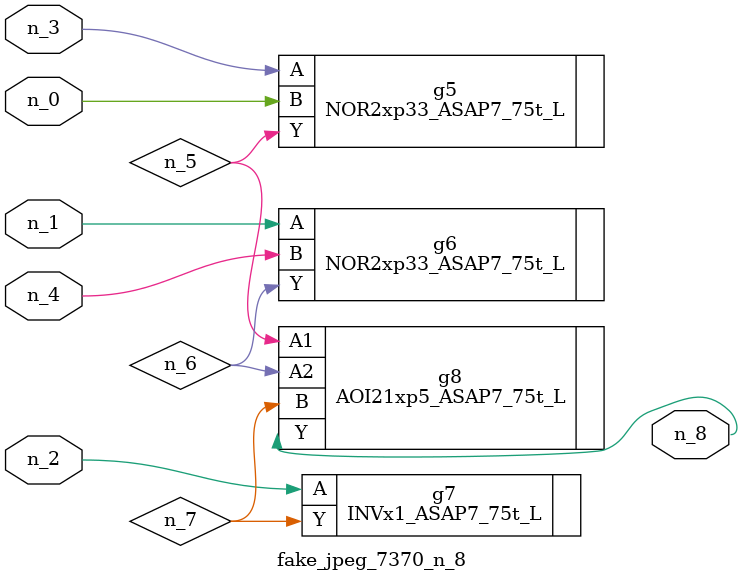
<source format=v>
module fake_jpeg_7370_n_8 (n_3, n_2, n_1, n_0, n_4, n_8);

input n_3;
input n_2;
input n_1;
input n_0;
input n_4;

output n_8;

wire n_6;
wire n_5;
wire n_7;

NOR2xp33_ASAP7_75t_L g5 ( 
.A(n_3),
.B(n_0),
.Y(n_5)
);

NOR2xp33_ASAP7_75t_L g6 ( 
.A(n_1),
.B(n_4),
.Y(n_6)
);

INVx1_ASAP7_75t_L g7 ( 
.A(n_2),
.Y(n_7)
);

AOI21xp5_ASAP7_75t_L g8 ( 
.A1(n_5),
.A2(n_6),
.B(n_7),
.Y(n_8)
);


endmodule
</source>
